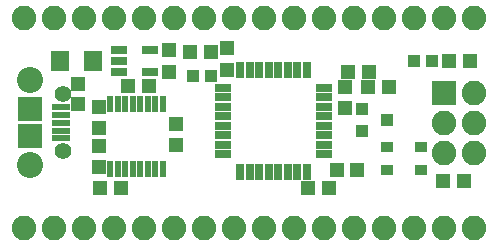
<source format=gts>
G75*
%MOIN*%
%OFA0B0*%
%FSLAX24Y24*%
%IPPOS*%
%LPD*%
%AMOC8*
5,1,8,0,0,1.08239X$1,22.5*
%
%ADD10R,0.0206X0.0576*%
%ADD11R,0.0580X0.0300*%
%ADD12R,0.0300X0.0580*%
%ADD13R,0.0474X0.0513*%
%ADD14R,0.0513X0.0474*%
%ADD15C,0.0820*%
%ADD16R,0.0820X0.0820*%
%ADD17R,0.0552X0.0297*%
%ADD18R,0.0395X0.0395*%
%ADD19R,0.0434X0.0395*%
%ADD20R,0.0631X0.0237*%
%ADD21R,0.0789X0.0789*%
%ADD22C,0.0556*%
%ADD23C,0.0867*%
%ADD24R,0.0415X0.0375*%
%ADD25R,0.0631X0.0710*%
D10*
X006135Y002636D03*
X006385Y002636D03*
X006635Y002636D03*
X006885Y002636D03*
X007135Y002636D03*
X007385Y002636D03*
X007635Y002636D03*
X007885Y002636D03*
X007885Y004824D03*
X007635Y004824D03*
X007385Y004824D03*
X007135Y004824D03*
X006885Y004824D03*
X006635Y004824D03*
X006385Y004824D03*
X006135Y004824D03*
D11*
X009882Y004715D03*
X009882Y005030D03*
X009882Y005345D03*
X009882Y004400D03*
X009882Y004085D03*
X009882Y003770D03*
X009882Y003455D03*
X009882Y003140D03*
X013262Y003140D03*
X013262Y003455D03*
X013262Y003770D03*
X013262Y004085D03*
X013262Y004400D03*
X013262Y004715D03*
X013262Y005030D03*
X013262Y005345D03*
D12*
X012674Y005933D03*
X012359Y005933D03*
X012044Y005933D03*
X011729Y005933D03*
X011415Y005933D03*
X011100Y005933D03*
X010785Y005933D03*
X010470Y005933D03*
X010470Y002553D03*
X010785Y002553D03*
X011100Y002553D03*
X011415Y002553D03*
X011729Y002553D03*
X012044Y002553D03*
X012359Y002553D03*
X012674Y002553D03*
D13*
X013960Y004676D03*
X013960Y005384D03*
X010010Y005951D03*
X010010Y006659D03*
X008072Y006597D03*
X008072Y005888D03*
X005760Y004704D03*
X005047Y004808D03*
X005047Y005477D03*
X005760Y003996D03*
X005760Y003404D03*
X005760Y002696D03*
X008310Y003426D03*
X008310Y004134D03*
D14*
X007426Y005393D03*
X006718Y005393D03*
X008780Y006555D03*
X009489Y006555D03*
X014055Y005880D03*
X014764Y005880D03*
X014737Y005368D03*
X015407Y005368D03*
X017405Y006230D03*
X018114Y006230D03*
X014357Y002618D03*
X013687Y002618D03*
X013426Y001993D03*
X012718Y001993D03*
X017205Y002230D03*
X017914Y002230D03*
X006489Y002008D03*
X005780Y002008D03*
D15*
X003260Y000680D03*
X004260Y000680D03*
X005260Y000680D03*
X006260Y000680D03*
X007260Y000680D03*
X008260Y000680D03*
X009260Y000680D03*
X010260Y000680D03*
X011260Y000680D03*
X012260Y000680D03*
X013260Y000680D03*
X014260Y000680D03*
X015260Y000680D03*
X016260Y000680D03*
X017260Y000680D03*
X018260Y000680D03*
X018260Y003180D03*
X017260Y003180D03*
X017260Y004180D03*
X018260Y004180D03*
X018260Y005180D03*
X018260Y007680D03*
X017260Y007680D03*
X016260Y007680D03*
X015260Y007680D03*
X014260Y007680D03*
X013260Y007680D03*
X012260Y007680D03*
X011260Y007680D03*
X010260Y007680D03*
X009260Y007680D03*
X008260Y007680D03*
X007260Y007680D03*
X006260Y007680D03*
X005260Y007680D03*
X004260Y007680D03*
X003260Y007680D03*
D16*
X017260Y005180D03*
D17*
X007456Y005868D03*
X006433Y005868D03*
X006433Y006243D03*
X006433Y006617D03*
X007456Y006617D03*
D18*
X008902Y005743D03*
X009492Y005743D03*
X016264Y006230D03*
X016855Y006230D03*
D19*
X014516Y004654D03*
X015343Y004280D03*
X014516Y003906D03*
D20*
X004490Y003924D03*
X004490Y003668D03*
X004490Y004180D03*
X004490Y004436D03*
X004490Y004692D03*
D21*
X003447Y004633D03*
X003447Y003727D03*
D22*
X004549Y003225D03*
X004549Y005135D03*
D23*
X003447Y005601D03*
X003447Y002759D03*
D24*
X015370Y002618D03*
X016499Y002618D03*
X016499Y003367D03*
X015370Y003367D03*
D25*
X005561Y006243D03*
X004458Y006243D03*
M02*

</source>
